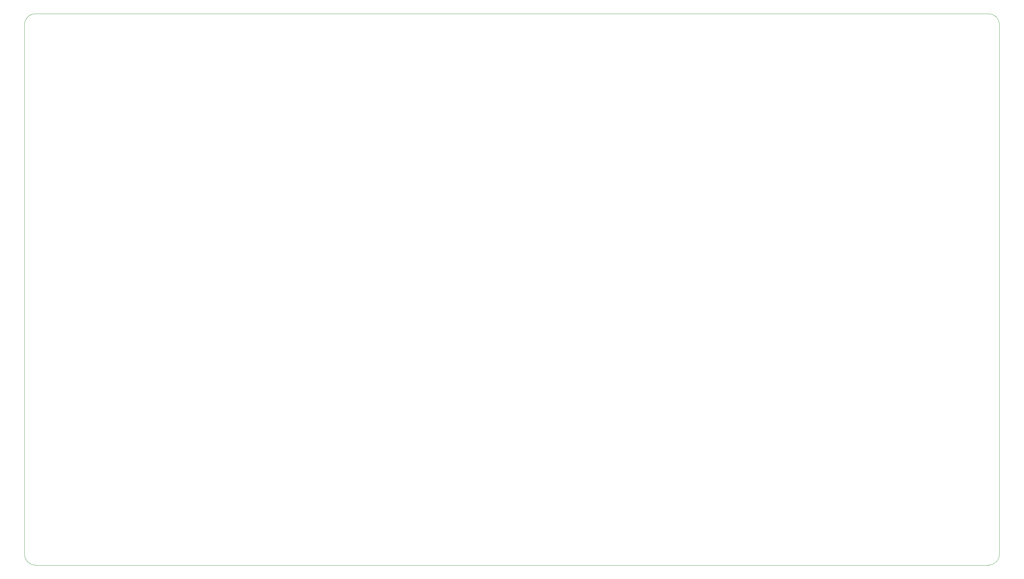
<source format=gbr>
%TF.GenerationSoftware,Altium Limited,Altium Designer,20.0.13 (296)*%
G04 Layer_Color=0*
%FSLAX26Y26*%
%MOIN*%
%TF.FileFunction,Profile,NP*%
%TF.Part,Single*%
G01*
G75*
%TA.AperFunction,Profile*%
%ADD87C,0.001000*%
D87*
X118110Y0D02*
G02*
X0Y118110I0J118110D01*
G01*
Y5787402D01*
D02*
G02*
X118110Y5905512I118110J0D01*
G01*
X10314961D01*
D02*
G02*
X10433071Y5787402I0J-118110D01*
G01*
X10433071D01*
Y118110D01*
X10433071D01*
D02*
G02*
X10314961Y0I-118110J0D01*
G01*
X118110D01*
%TF.MD5,beab1bffd817760ae00248ca3b2be742*%
M02*

</source>
